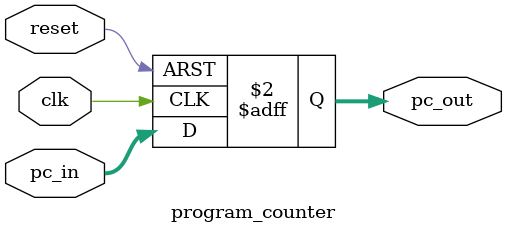
<source format=v>
`timescale 1ns / 1ps

/*
Group No. : 14
Members : 
	Arijit Kar (16CS30005)
	Manad Mishra (16CS30019)
*/

module program_counter(pc_in, pc_out, clk, reset);
	input wire[31:0] pc_in;
	output reg[31:0] pc_out;
	input clk, reset;

	always@(posedge reset or posedge clk)
	begin
		if(reset)
			pc_out <= 32'b0;
		else
			pc_out <= pc_in;
	end
endmodule

</source>
